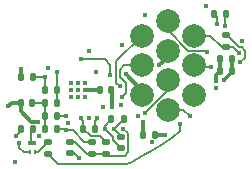
<source format=gbr>
%TF.GenerationSoftware,KiCad,Pcbnew,7.0.1*%
%TF.CreationDate,2024-01-02T21:49:50+00:00*%
%TF.ProjectId,rfid_module,72666964-5f6d-46f6-9475-6c652e6b6963,rev?*%
%TF.SameCoordinates,Original*%
%TF.FileFunction,Copper,L8,Bot*%
%TF.FilePolarity,Positive*%
%FSLAX46Y46*%
G04 Gerber Fmt 4.6, Leading zero omitted, Abs format (unit mm)*
G04 Created by KiCad (PCBNEW 7.0.1) date 2024-01-02 21:49:50*
%MOMM*%
%LPD*%
G01*
G04 APERTURE LIST*
G04 Aperture macros list*
%AMRoundRect*
0 Rectangle with rounded corners*
0 $1 Rounding radius*
0 $2 $3 $4 $5 $6 $7 $8 $9 X,Y pos of 4 corners*
0 Add a 4 corners polygon primitive as box body*
4,1,4,$2,$3,$4,$5,$6,$7,$8,$9,$2,$3,0*
0 Add four circle primitives for the rounded corners*
1,1,$1+$1,$2,$3*
1,1,$1+$1,$4,$5*
1,1,$1+$1,$6,$7*
1,1,$1+$1,$8,$9*
0 Add four rect primitives between the rounded corners*
20,1,$1+$1,$2,$3,$4,$5,0*
20,1,$1+$1,$4,$5,$6,$7,0*
20,1,$1+$1,$6,$7,$8,$9,0*
20,1,$1+$1,$8,$9,$2,$3,0*%
G04 Aperture macros list end*
%TA.AperFunction,SMDPad,CuDef*%
%ADD10RoundRect,0.135000X-0.135000X-0.185000X0.135000X-0.185000X0.135000X0.185000X-0.135000X0.185000X0*%
%TD*%
%TA.AperFunction,SMDPad,CuDef*%
%ADD11RoundRect,0.135000X-0.185000X0.135000X-0.185000X-0.135000X0.185000X-0.135000X0.185000X0.135000X0*%
%TD*%
%TA.AperFunction,SMDPad,CuDef*%
%ADD12RoundRect,0.140000X0.140000X0.170000X-0.140000X0.170000X-0.140000X-0.170000X0.140000X-0.170000X0*%
%TD*%
%TA.AperFunction,SMDPad,CuDef*%
%ADD13RoundRect,0.140000X0.170000X-0.140000X0.170000X0.140000X-0.170000X0.140000X-0.170000X-0.140000X0*%
%TD*%
%TA.AperFunction,SMDPad,CuDef*%
%ADD14RoundRect,0.135000X0.185000X-0.135000X0.185000X0.135000X-0.185000X0.135000X-0.185000X-0.135000X0*%
%TD*%
%TA.AperFunction,SMDPad,CuDef*%
%ADD15RoundRect,0.140000X-0.170000X0.140000X-0.170000X-0.140000X0.170000X-0.140000X0.170000X0.140000X0*%
%TD*%
%TA.AperFunction,SMDPad,CuDef*%
%ADD16RoundRect,0.135000X0.135000X0.185000X-0.135000X0.185000X-0.135000X-0.185000X0.135000X-0.185000X0*%
%TD*%
%TA.AperFunction,SMDPad,CuDef*%
%ADD17R,0.250000X0.400000*%
%TD*%
%TA.AperFunction,SMDPad,CuDef*%
%ADD18R,0.700000X0.400000*%
%TD*%
%TA.AperFunction,SMDPad,CuDef*%
%ADD19RoundRect,0.140000X-0.140000X-0.170000X0.140000X-0.170000X0.140000X0.170000X-0.140000X0.170000X0*%
%TD*%
%TA.AperFunction,SMDPad,CuDef*%
%ADD20C,2.000000*%
%TD*%
%TA.AperFunction,ViaPad*%
%ADD21C,0.400000*%
%TD*%
%TA.AperFunction,Conductor*%
%ADD22C,0.300000*%
%TD*%
%TA.AperFunction,Conductor*%
%ADD23C,0.150000*%
%TD*%
G04 APERTURE END LIST*
D10*
%TO.P,R214,1*%
%TO.N,/RFID/AMP2_IN*%
X99190000Y-64700000D03*
%TO.P,R214,2*%
%TO.N,/RFID/AMP2_NEG*%
X100210000Y-64700000D03*
%TD*%
%TO.P,R209,1*%
%TO.N,/RFID/AMP1_NEG*%
X99190000Y-62500000D03*
%TO.P,R209,2*%
%TO.N,/RFID/AMP1_OUT*%
X100210000Y-62500000D03*
%TD*%
D11*
%TO.P,R218,1*%
%TO.N,/RFID/AMP2_OUT*%
X103100000Y-66890000D03*
%TO.P,R218,2*%
%TO.N,/RFID/AMP3_IN*%
X103100000Y-67910000D03*
%TD*%
D12*
%TO.P,C203,1*%
%TO.N,+3V3*%
X104780000Y-62500000D03*
%TO.P,C203,2*%
%TO.N,GND*%
X103820000Y-62500000D03*
%TD*%
D13*
%TO.P,C213,1*%
%TO.N,/RFID/RF_IN*%
X105600000Y-67480000D03*
%TO.P,C213,2*%
%TO.N,GND*%
X105600000Y-66520000D03*
%TD*%
D14*
%TO.P,R215,1*%
%TO.N,/RFID/PULL*%
X99400000Y-67910000D03*
%TO.P,R215,2*%
%TO.N,/RFID/PULL_G*%
X99400000Y-66890000D03*
%TD*%
D15*
%TO.P,C210,1*%
%TO.N,/RFID/AMP3_IN*%
X101300000Y-66920000D03*
%TO.P,C210,2*%
%TO.N,GND*%
X101300000Y-67880000D03*
%TD*%
D10*
%TO.P,R223,1*%
%TO.N,/RFID/RF_IN*%
X104790000Y-65000000D03*
%TO.P,R223,2*%
%TO.N,GND*%
X105810000Y-65000000D03*
%TD*%
D16*
%TO.P,R216,2*%
%TO.N,/RFID/SIGNAL_ENVELOPE*%
X97090000Y-65800000D03*
%TO.P,R216,1*%
%TO.N,/RFID/PULL_D*%
X98110000Y-65800000D03*
%TD*%
D17*
%TO.P,Q204,1,G*%
%TO.N,/RFID/PULL_G*%
X98325000Y-67750000D03*
%TO.P,Q204,2,S*%
%TO.N,GND*%
X97875000Y-67750000D03*
D18*
%TO.P,Q204,3,D*%
%TO.N,/RFID/PULL_D*%
X98100000Y-67050000D03*
%TD*%
D16*
%TO.P,R213,1*%
%TO.N,/RFID/AMP2_OUT*%
X100210000Y-65800000D03*
%TO.P,R213,2*%
%TO.N,/RFID/AMP2_IN*%
X99190000Y-65800000D03*
%TD*%
%TO.P,R210,1*%
%TO.N,/RFID/AMP1_OUT*%
X100210000Y-63600000D03*
%TO.P,R210,2*%
%TO.N,/RFID/AMP2_IN*%
X99190000Y-63600000D03*
%TD*%
D19*
%TO.P,C211,1*%
%TO.N,+3V3*%
X107500000Y-66300000D03*
%TO.P,C211,2*%
%TO.N,GND*%
X108460000Y-66300000D03*
%TD*%
D10*
%TO.P,R504,2*%
%TO.N,GND*%
X114510000Y-56100000D03*
%TO.P,R504,1*%
%TO.N,/Boost Converter/EN*%
X113490000Y-56100000D03*
%TD*%
%TO.P,R208,1*%
%TO.N,+1V65*%
X97090000Y-61400000D03*
%TO.P,R208,2*%
%TO.N,/RFID/AMP1_NEG*%
X98110000Y-61400000D03*
%TD*%
D11*
%TO.P,R220,1*%
%TO.N,/RFID/AMP3_OUT*%
X104300000Y-66890000D03*
%TO.P,R220,2*%
%TO.N,/RFID/AMP3_IN*%
X104300000Y-67910000D03*
%TD*%
D12*
%TO.P,C206,1*%
%TO.N,/RFID/AMP2_IN*%
X98080000Y-63600000D03*
%TO.P,C206,2*%
%TO.N,GND*%
X97120000Y-63600000D03*
%TD*%
D19*
%TO.P,C212,1*%
%TO.N,/RFID/AMP3_OUT*%
X102420000Y-65800000D03*
%TO.P,C212,2*%
%TO.N,/RFID/AMP3_NEG*%
X103380000Y-65800000D03*
%TD*%
D12*
%TO.P,C303,1*%
%TO.N,+3V3*%
X114980000Y-60900000D03*
%TO.P,C303,2*%
%TO.N,GND*%
X114020000Y-60900000D03*
%TD*%
D20*
%TO.P,J401,A1,A1*%
%TO.N,/Pogo Connector/SWDIO*%
X107375000Y-57935000D03*
%TO.P,J401,A2,A2*%
%TO.N,/Pogo Connector/SWCLK*%
X107375000Y-60435000D03*
%TO.P,J401,A3,A3*%
%TO.N,+3V3*%
X107375000Y-62935000D03*
%TO.P,J401,B1,B1*%
%TO.N,/Pogo Connector/LPUART1_TX*%
X109575000Y-56685000D03*
%TO.P,J401,B2,B2*%
%TO.N,GND*%
X109575000Y-59185000D03*
%TO.P,J401,B3,B3*%
%TO.N,/Pogo Connector/IRQN*%
X109575000Y-61685000D03*
%TO.P,J401,B4,B4*%
%TO.N,IOREF*%
X109575000Y-64185000D03*
%TO.P,J401,C1,C1*%
%TO.N,/Pogo Connector/LPUART1_RX_1V8*%
X111775000Y-57935000D03*
%TO.P,J401,C2,C2*%
%TO.N,/Pogo Connector/NRST*%
X111775000Y-60435000D03*
%TO.P,J401,C3,C3*%
%TO.N,unconnected-(J401-PadC3)*%
X111775000Y-62935000D03*
%TD*%
D12*
%TO.P,C304,1*%
%TO.N,+3V3*%
X114980000Y-59900000D03*
%TO.P,C304,2*%
%TO.N,GND*%
X114020000Y-59900000D03*
%TD*%
D11*
%TO.P,R402,1*%
%TO.N,IOREF*%
X114500000Y-57890000D03*
%TO.P,R402,2*%
%TO.N,/Pogo Connector/LPUART1_RX_1V8*%
X114500000Y-58910000D03*
%TD*%
D21*
%TO.N,GND*%
X113649000Y-61771000D03*
%TO.N,+3V3*%
X114291000Y-61703000D03*
%TO.N,IOREF*%
X115700000Y-60200000D03*
%TO.N,GND*%
X108850000Y-60450000D03*
X107600000Y-56150000D03*
%TO.N,+1V65*%
X97090000Y-60710000D03*
%TO.N,GND*%
X108200000Y-66900000D03*
%TO.N,/RFID/PULL*%
X110600000Y-65400000D03*
%TO.N,GND*%
X102900000Y-59190000D03*
%TO.N,/RFID/SHDN*%
X104700000Y-61300000D03*
%TO.N,+1V65*%
X104100000Y-64000000D03*
%TO.N,GND*%
X105600000Y-63800000D03*
X107000000Y-64700000D03*
%TO.N,/Pogo Connector/IRQN*%
X107600000Y-64500000D03*
%TO.N,+3V3*%
X104800000Y-64000000D03*
%TO.N,/Pogo Connector/SWCLK*%
X105700000Y-63100000D03*
%TO.N,/Pogo Connector/SWDIO*%
X105500000Y-62200000D03*
%TO.N,GND*%
X105690000Y-58690000D03*
%TO.N,/RFID/SHDN*%
X102200000Y-59900000D03*
%TO.N,/RFID/RF_IN*%
X104200000Y-65800000D03*
%TO.N,GND*%
X105000000Y-65800000D03*
%TO.N,+3V3*%
X106000000Y-61200000D03*
%TO.N,/RFID/AMP3_IN*%
X105800000Y-65800000D03*
%TO.N,GND*%
X99450000Y-60650000D03*
%TO.N,+1V65*%
X98650000Y-66450000D03*
%TO.N,GND*%
X102000000Y-68300000D03*
X102900000Y-64900000D03*
%TO.N,/RFID/AMP3_NEG*%
X103600000Y-64900000D03*
%TO.N,GND*%
X101100000Y-65300000D03*
%TO.N,/RFID/AMP3_OUT*%
X102200000Y-64900000D03*
%TO.N,/RFID/AMP2_OUT*%
X100900000Y-65900000D03*
%TO.N,/RFID/AMP2_NEG*%
X100900000Y-64700000D03*
%TO.N,GND*%
X98600000Y-65200000D03*
%TO.N,/RFID/AMP1_OUT*%
X100200000Y-61000000D03*
%TO.N,/RFID/AMP1_NEG*%
X99200000Y-61400000D03*
%TO.N,GND*%
X102550000Y-62500000D03*
X101950000Y-62500000D03*
X102550000Y-63100000D03*
X101950000Y-63100000D03*
X101350000Y-63100000D03*
X101350000Y-62500000D03*
X102550000Y-61900000D03*
X101950000Y-61900000D03*
X101350000Y-61900000D03*
%TO.N,+1V65*%
X103450000Y-61000000D03*
%TO.N,GND*%
X109300000Y-66300000D03*
%TO.N,+3V3*%
X107500000Y-65200000D03*
%TO.N,GND*%
X97000000Y-67000000D03*
X96600000Y-68600000D03*
%TO.N,/RFID/SIGNAL_ENVELOPE*%
X96700000Y-66400000D03*
%TO.N,GND*%
X96060000Y-63900000D03*
%TO.N,IOREF*%
X111400000Y-64700000D03*
%TO.N,/Boost Converter/EN*%
X113700000Y-56900000D03*
%TO.N,GND*%
X114400000Y-57100000D03*
X112780000Y-55420000D03*
%TO.N,+3V3*%
X115800000Y-58400000D03*
X113680000Y-62380000D03*
%TO.N,/Pogo Connector/LPUART1_TX*%
X112900000Y-59300000D03*
%TO.N,/Pogo Connector/NRST*%
X113200000Y-60600000D03*
%TO.N,/Pogo Connector/LPUART1_RX_1V8*%
X115600000Y-59400000D03*
%TD*%
D22*
%TO.N,GND*%
X113649000Y-61271000D02*
X114020000Y-60900000D01*
X113649000Y-61771000D02*
X113649000Y-61271000D01*
%TO.N,+3V3*%
X114291000Y-61703000D02*
X114980000Y-61014000D01*
X114980000Y-61014000D02*
X114980000Y-60900000D01*
%TO.N,GND*%
X109575000Y-59725000D02*
X109575000Y-59185000D01*
X108850000Y-60450000D02*
X109575000Y-59725000D01*
X97120000Y-64320000D02*
X98000000Y-65200000D01*
X98000000Y-65200000D02*
X98600000Y-65200000D01*
X97120000Y-63600000D02*
X97120000Y-64320000D01*
X96360000Y-63600000D02*
X96060000Y-63900000D01*
X97120000Y-63600000D02*
X96360000Y-63600000D01*
D23*
%TO.N,/Pogo Connector/SWCLK*%
X106000000Y-62800000D02*
X105700000Y-63100000D01*
X105500000Y-61400000D02*
X106000000Y-61900000D01*
X106000000Y-61900000D02*
X106000000Y-62800000D01*
X105500000Y-60797893D02*
X105500000Y-61400000D01*
X105862893Y-60435000D02*
X105500000Y-60797893D01*
X107375000Y-60435000D02*
X105862893Y-60435000D01*
%TO.N,/Pogo Connector/SWDIO*%
X105200000Y-60110000D02*
X107375000Y-57935000D01*
X105200000Y-61900000D02*
X105200000Y-60110000D01*
X105500000Y-62200000D02*
X105200000Y-61900000D01*
D22*
%TO.N,+1V65*%
X97090000Y-60710000D02*
X97090000Y-61400000D01*
%TO.N,+3V3*%
X104800000Y-62520000D02*
X104800000Y-64000000D01*
X104780000Y-62500000D02*
X104800000Y-62520000D01*
%TO.N,GND*%
X103820000Y-62500000D02*
X102550000Y-62500000D01*
D23*
%TO.N,/RFID/PULL*%
X110600000Y-66041541D02*
X110600000Y-65400000D01*
X109160481Y-67070971D02*
X110001332Y-66491689D01*
X110001332Y-66491689D02*
X110600000Y-66041541D01*
X107410353Y-68122536D02*
X108296317Y-67614904D01*
X108296317Y-67614904D02*
X109160481Y-67070971D01*
X100290000Y-68800000D02*
X106067299Y-68800000D01*
X106067299Y-68800000D02*
X106503259Y-68593436D01*
X99400000Y-67910000D02*
X100290000Y-68800000D01*
X106503259Y-68593436D02*
X107410353Y-68122536D01*
D22*
%TO.N,+3V3*%
X114980000Y-59900000D02*
X114980000Y-60900000D01*
%TO.N,GND*%
X114020000Y-59900000D02*
X114020000Y-60900000D01*
D23*
%TO.N,/Pogo Connector/NRST*%
X111940000Y-60600000D02*
X111775000Y-60435000D01*
X113200000Y-60600000D02*
X111940000Y-60600000D01*
%TO.N,/Pogo Connector/LPUART1_TX*%
X109575000Y-57475000D02*
X109575000Y-56685000D01*
X112800000Y-59200000D02*
X111300000Y-59200000D01*
X111300000Y-59200000D02*
X109575000Y-57475000D01*
X112900000Y-59300000D02*
X112800000Y-59200000D01*
%TO.N,+3V3*%
X107375000Y-62575000D02*
X107375000Y-62935000D01*
D22*
X106000000Y-61200000D02*
X107375000Y-62575000D01*
D23*
%TO.N,/RFID/SHDN*%
X104700000Y-61300000D02*
X104700000Y-60400000D01*
X104700000Y-60400000D02*
X104200000Y-59900000D01*
X104200000Y-59900000D02*
X102200000Y-59900000D01*
%TO.N,/Pogo Connector/IRQN*%
X107600000Y-64498299D02*
X107600000Y-64500000D01*
X109575000Y-62523299D02*
X107600000Y-64498299D01*
X109575000Y-61685000D02*
X109575000Y-62523299D01*
%TO.N,GND*%
X105600000Y-66400000D02*
X105000000Y-65800000D01*
X105600000Y-66520000D02*
X105600000Y-66400000D01*
%TO.N,/RFID/RF_IN*%
X104900000Y-66500000D02*
X104200000Y-65800000D01*
X105600000Y-67480000D02*
X104900000Y-66780000D01*
X104900000Y-66780000D02*
X104900000Y-66500000D01*
%TO.N,/RFID/AMP3_IN*%
X105900000Y-68100000D02*
X106200000Y-67800000D01*
X106200000Y-67800000D02*
X106200000Y-66200000D01*
X104300000Y-67910000D02*
X104490000Y-68100000D01*
X104490000Y-68100000D02*
X105900000Y-68100000D01*
X106200000Y-66200000D02*
X105800000Y-65800000D01*
%TO.N,GND*%
X105010000Y-65800000D02*
X105810000Y-65000000D01*
X105000000Y-65800000D02*
X105010000Y-65800000D01*
%TO.N,/RFID/RF_IN*%
X104200000Y-65590000D02*
X104790000Y-65000000D01*
X104200000Y-65800000D02*
X104200000Y-65590000D01*
%TO.N,/RFID/PULL_D*%
X98000000Y-66950000D02*
X98100000Y-67050000D01*
X98000000Y-65910000D02*
X98000000Y-66950000D01*
X98110000Y-65800000D02*
X98000000Y-65910000D01*
%TO.N,GND*%
X97000000Y-67400000D02*
X97000000Y-67000000D01*
X97350000Y-67750000D02*
X97000000Y-67400000D01*
X97875000Y-67750000D02*
X97350000Y-67750000D01*
%TO.N,/RFID/AMP3_IN*%
X104300000Y-67910000D02*
X103100000Y-67910000D01*
%TO.N,GND*%
X101580000Y-67880000D02*
X102000000Y-68300000D01*
X101300000Y-67880000D02*
X101580000Y-67880000D01*
%TO.N,/RFID/AMP3_OUT*%
X103020000Y-66400000D02*
X102420000Y-65800000D01*
X103810000Y-66400000D02*
X103020000Y-66400000D01*
X104300000Y-66890000D02*
X103810000Y-66400000D01*
%TO.N,/RFID/AMP3_IN*%
X101720000Y-66920000D02*
X102710000Y-67910000D01*
X101300000Y-66920000D02*
X101720000Y-66920000D01*
X102710000Y-67910000D02*
X103100000Y-67910000D01*
%TO.N,/RFID/PULL_G*%
X98540000Y-67750000D02*
X99400000Y-66890000D01*
X98325000Y-67750000D02*
X98540000Y-67750000D01*
%TO.N,/RFID/SIGNAL_ENVELOPE*%
X97090000Y-66010000D02*
X96700000Y-66400000D01*
X97090000Y-65800000D02*
X97090000Y-66010000D01*
%TO.N,/RFID/AMP2_OUT*%
X101500000Y-65900000D02*
X100900000Y-65900000D01*
X102490000Y-66890000D02*
X101500000Y-65900000D01*
X103100000Y-66890000D02*
X102490000Y-66890000D01*
%TO.N,/RFID/AMP1_NEG*%
X98110000Y-61400000D02*
X99200000Y-61400000D01*
%TO.N,/RFID/AMP3_OUT*%
X102420000Y-65120000D02*
X102200000Y-64900000D01*
X102420000Y-65800000D02*
X102420000Y-65120000D01*
%TO.N,/RFID/AMP3_NEG*%
X103380000Y-65120000D02*
X103600000Y-64900000D01*
X103380000Y-65800000D02*
X103380000Y-65120000D01*
%TO.N,/RFID/AMP2_OUT*%
X100900000Y-65900000D02*
X100800000Y-65800000D01*
X100800000Y-65800000D02*
X100210000Y-65800000D01*
%TO.N,/RFID/AMP2_NEG*%
X100210000Y-64700000D02*
X100900000Y-64700000D01*
%TO.N,/RFID/AMP1_OUT*%
X100210000Y-63600000D02*
X100210000Y-62500000D01*
%TO.N,/RFID/AMP2_IN*%
X99190000Y-63600000D02*
X99190000Y-64700000D01*
X98080000Y-63600000D02*
X99190000Y-63600000D01*
X99190000Y-65800000D02*
X99190000Y-64700000D01*
%TO.N,/RFID/AMP1_NEG*%
X99190000Y-61410000D02*
X99190000Y-62500000D01*
%TO.N,/RFID/AMP1_OUT*%
X100210000Y-62500000D02*
X100210000Y-61010000D01*
D22*
%TO.N,GND*%
X108460000Y-66300000D02*
X109300000Y-66300000D01*
%TO.N,+3V3*%
X107500000Y-66300000D02*
X107500000Y-65200000D01*
D23*
%TO.N,IOREF*%
X110885000Y-64185000D02*
X111400000Y-64700000D01*
X109575000Y-64185000D02*
X110885000Y-64185000D01*
%TO.N,GND*%
X114400000Y-56210000D02*
X114510000Y-56100000D01*
X114400000Y-57100000D02*
X114400000Y-56210000D01*
%TO.N,/Boost Converter/EN*%
X113700000Y-56310000D02*
X113490000Y-56100000D01*
X113700000Y-56900000D02*
X113700000Y-56310000D01*
%TO.N,IOREF*%
X115700000Y-60200000D02*
X116100000Y-59800000D01*
X114590000Y-57890000D02*
X114500000Y-57890000D01*
X116100000Y-59200000D02*
X115800000Y-58900000D01*
X115600000Y-58900000D02*
X114590000Y-57890000D01*
X116100000Y-59800000D02*
X116100000Y-59200000D01*
X115800000Y-58900000D02*
X115600000Y-58900000D01*
%TO.N,/Pogo Connector/LPUART1_RX_1V8*%
X114500000Y-58910000D02*
X114110000Y-58910000D01*
X113135000Y-57935000D02*
X111775000Y-57935000D01*
X115110000Y-58910000D02*
X115600000Y-59400000D01*
X114500000Y-58910000D02*
X115110000Y-58910000D01*
X114110000Y-58910000D02*
X113135000Y-57935000D01*
%TD*%
M02*

</source>
